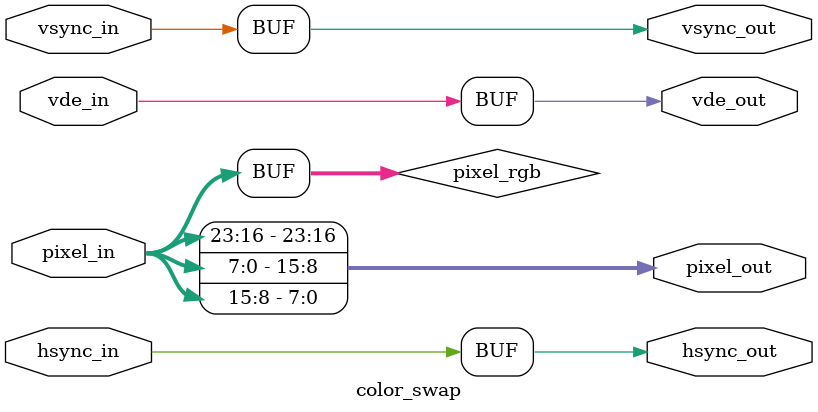
<source format=v>
module color_swap(
    hsync_in,
    hsync_out,
    pixel_in,
    pixel_out,
    vde_in,
    vde_out,
    vsync_in,
    vsync_out
    );
    parameter input_format = "rgb";
    parameter output_format = "rbg";
    input hsync_in;
    output hsync_out;
    input vsync_in;
    output vsync_out;
    input [23:0]pixel_in;
    output [23:0]pixel_out;
    input vde_in;
    output vde_out;
wire [23:0]pixel_rgb;
assign hsync_out = hsync_in;
assign vsync_out = vsync_in;
assign vde_out = vde_in;
if (input_format == "rgb")
assign pixel_rgb[23:0] = {pixel_in[23:16],pixel_in[15:8],pixel_in[7:0]};
else if (input_format == "rbg")
assign pixel_rgb[23:0] = {pixel_in[23:16],pixel_in[7:0],pixel_in[15:8]};
if (output_format == "rgb")
assign pixel_out[23:0] = {pixel_rgb[23:16],pixel_rgb[15:8],pixel_rgb[7:0]};
else if (output_format == "rbg")
assign pixel_out[23:0] = {pixel_rgb[23:16],pixel_rgb[7:0],pixel_rgb[15:8]};
endmodule
</source>
